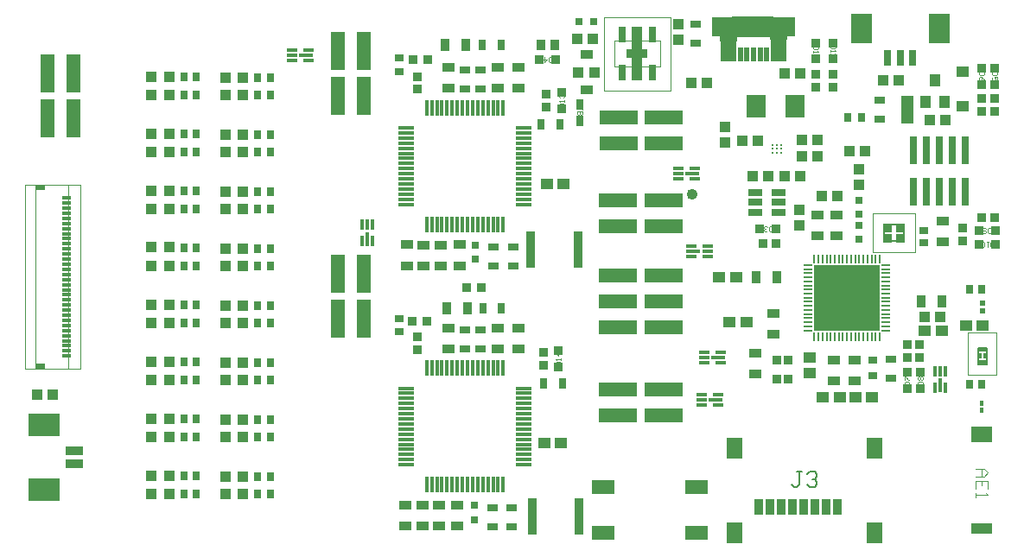
<source format=gts>
G04*
G04 #@! TF.GenerationSoftware,Altium Limited,Altium Designer,23.8.1 (32)*
G04*
G04 Layer_Color=8388736*
%FSLAX44Y44*%
%MOMM*%
G71*
G04*
G04 #@! TF.SameCoordinates,B2355FDD-5490-460F-BBB4-22D25E5E3D0D*
G04*
G04*
G04 #@! TF.FilePolarity,Negative*
G04*
G01*
G75*
%ADD19C,0.1001*%
%ADD20C,0.1999*%
%ADD21C,0.1500*%
%ADD22C,0.0500*%
%ADD23C,0.1200*%
%ADD26R,1.2062X0.9562*%
%ADD27R,1.1062X0.7562*%
%ADD28R,1.2500X1.0000*%
%ADD29R,0.9311X0.8121*%
%ADD30R,1.8545X2.2860*%
%ADD40R,0.7400X2.7950*%
%ADD41R,1.0000X1.0000*%
%ADD42R,1.2000X0.9500*%
%ADD44C,0.2540*%
G04:AMPARAMS|DCode=64|XSize=0.1925mm|YSize=0.9291mm|CornerRadius=0.0962mm|HoleSize=0mm|Usage=FLASHONLY|Rotation=90.000|XOffset=0mm|YOffset=0mm|HoleType=Round|Shape=RoundedRectangle|*
%AMROUNDEDRECTD64*
21,1,0.1925,0.7366,0,0,90.0*
21,1,0.0000,0.9291,0,0,90.0*
1,1,0.1925,0.3683,0.0000*
1,1,0.1925,0.3683,0.0000*
1,1,0.1925,-0.3683,0.0000*
1,1,0.1925,-0.3683,0.0000*
%
%ADD64ROUNDEDRECTD64*%
G04:AMPARAMS|DCode=65|XSize=0.9291mm|YSize=0.1925mm|CornerRadius=0.0962mm|HoleSize=0mm|Usage=FLASHONLY|Rotation=90.000|XOffset=0mm|YOffset=0mm|HoleType=Round|Shape=RoundedRectangle|*
%AMROUNDEDRECTD65*
21,1,0.9291,0.0000,0,0,90.0*
21,1,0.7366,0.1925,0,0,90.0*
1,1,0.1925,0.0000,0.3683*
1,1,0.1925,0.0000,-0.3683*
1,1,0.1925,0.0000,-0.3683*
1,1,0.1925,0.0000,0.3683*
%
%ADD65ROUNDEDRECTD65*%
%ADD66R,0.1925X0.9291*%
%ADD67R,0.7000X0.7000*%
%ADD70R,0.6587X0.8121*%
%ADD73R,0.4725X0.5153*%
%ADD74R,1.2065X1.0582*%
%ADD75R,0.4627X0.5541*%
%ADD76R,0.7500X0.9000*%
%ADD77R,0.7587X0.8121*%
%ADD84R,2.1000X3.0000*%
%ADD85R,0.8000X1.6000*%
%ADD86R,0.9350X0.9621*%
%ADD89R,0.9562X1.2062*%
%ADD90R,0.7000X0.6500*%
%ADD91R,0.7562X1.1062*%
%ADD93R,0.9062X0.8549*%
%ADD94R,0.9587X0.9121*%
%ADD96R,0.9531X3.6031*%
%ADD97R,0.7000X0.7000*%
%ADD98R,0.9000X0.7500*%
%ADD99R,0.9000X0.8000*%
%ADD101R,1.6900X0.5200*%
%ADD102R,4.1100X2.1100*%
%ADD103R,1.6800X0.3600*%
%ADD104R,1.2600X2.7000*%
%ADD105C,1.0800*%
%ADD106R,0.5300X1.4600*%
%ADD107R,1.2550X1.9800*%
%ADD108R,2.4550X1.9800*%
%ADD109R,1.5550X2.1800*%
%ADD110R,0.8800X1.5800*%
%ADD111R,1.5300X2.0800*%
%ADD112R,3.7600X1.3500*%
%ADD113R,0.7800X1.0300*%
%ADD114R,0.9299X0.8301*%
%ADD115R,0.7800X0.3551*%
%ADD116R,0.3251X0.5301*%
%ADD117R,1.1300X0.6800*%
%ADD118R,1.1300X1.1300*%
%ADD119R,1.1300X1.0800*%
%ADD120R,1.0800X1.1300*%
%ADD121R,2.0800X0.8801*%
%ADD122R,1.0800X2.2799*%
%ADD123R,0.7800X1.5801*%
%ADD124R,1.0960X1.2230*%
%ADD125R,1.0700X0.3800*%
%ADD126R,1.4800X0.3800*%
%ADD127R,1.2992X0.9944*%
%ADD128R,0.3800X1.0700*%
%ADD129R,0.3800X1.4800*%
%ADD130R,0.8801X0.3800*%
%ADD131R,0.8801X0.4800*%
%ADD132R,1.3500X0.6388*%
%ADD133R,1.3500X3.7600*%
%ADD134R,6.4000X6.4000*%
%ADD135R,2.1800X1.4800*%
%ADD136R,1.2300X1.1300*%
%ADD137R,0.9300X0.8300*%
%ADD138R,0.8800X0.8800*%
%ADD139R,2.0800X1.0800*%
%ADD140R,2.0800X1.5800*%
G04:AMPARAMS|DCode=141|XSize=0.38mm|YSize=1.53mm|CornerRadius=0.0895mm|HoleSize=0mm|Usage=FLASHONLY|Rotation=90.000|XOffset=0mm|YOffset=0mm|HoleType=Round|Shape=RoundedRectangle|*
%AMROUNDEDRECTD141*
21,1,0.3800,1.3510,0,0,90.0*
21,1,0.2010,1.5300,0,0,90.0*
1,1,0.1790,0.6755,0.1005*
1,1,0.1790,0.6755,-0.1005*
1,1,0.1790,-0.6755,-0.1005*
1,1,0.1790,-0.6755,0.1005*
%
%ADD141ROUNDEDRECTD141*%
G04:AMPARAMS|DCode=142|XSize=0.38mm|YSize=1.53mm|CornerRadius=0.0895mm|HoleSize=0mm|Usage=FLASHONLY|Rotation=0.000|XOffset=0mm|YOffset=0mm|HoleType=Round|Shape=RoundedRectangle|*
%AMROUNDEDRECTD142*
21,1,0.3800,1.3510,0,0,0.0*
21,1,0.2010,1.5300,0,0,0.0*
1,1,0.1790,0.1005,-0.6755*
1,1,0.1790,-0.1005,-0.6755*
1,1,0.1790,-0.1005,0.6755*
1,1,0.1790,0.1005,0.6755*
%
%ADD142ROUNDEDRECTD142*%
%ADD143R,0.8800X0.8800*%
%ADD144R,0.8800X1.0300*%
%ADD145R,3.0800X2.1800*%
%ADD146R,1.6800X0.8800*%
%ADD147R,0.8300X0.9300*%
%ADD148R,0.8800X0.6800*%
D19*
X837791Y302311D02*
Y340309D01*
Y302311D02*
X879792D01*
Y340309D01*
X837791D02*
X879792D01*
X931420Y182659D02*
Y223660D01*
Y182659D02*
X959421D01*
Y223660D01*
X931420D02*
X959421D01*
X574799Y461122D02*
Y533121D01*
Y461122D02*
X639798D01*
Y533121D01*
X574799D02*
X639798D01*
X584799Y484622D02*
Y509621D01*
Y484622D02*
X629798D01*
Y509621D01*
X584799D02*
X629798D01*
X17292Y368300D02*
X25419D01*
X41674D01*
X49801D01*
X17292Y187960D02*
Y368770D01*
Y187960D02*
X49801D01*
X7292Y368300D02*
X61691D01*
X7292Y187960D02*
Y368300D01*
Y187960D02*
X61691D01*
Y368300D01*
X49801Y187960D02*
Y368770D01*
D20*
X848791Y313309D02*
Y329311D01*
Y313309D02*
X868791D01*
Y329311D01*
X848791D02*
X868791D01*
X941420Y192659D02*
Y208661D01*
Y192659D02*
X949421D01*
Y208661D01*
X941420D02*
X949421D01*
D21*
X768395Y87508D02*
X763396D01*
X765895D01*
Y75012D01*
X763396Y72512D01*
X760897D01*
X758398Y75012D01*
X773393Y85008D02*
X775892Y87508D01*
X780891D01*
X783390Y85008D01*
Y82509D01*
X780891Y80010D01*
X778391D01*
X780891D01*
X783390Y77511D01*
Y75012D01*
X780891Y72512D01*
X775892D01*
X773393Y75012D01*
D22*
X553679Y441919D02*
Y445251D01*
X551180D01*
Y443585D01*
Y445251D01*
X548681D01*
X553679Y440253D02*
X548681D01*
Y437754D01*
X549514Y436921D01*
X550347D01*
X551180Y437754D01*
Y440253D01*
Y437754D01*
X552013Y436921D01*
X552846D01*
X553679Y437754D01*
Y440253D01*
X548681Y435255D02*
Y433588D01*
Y434422D01*
X553679D01*
X552846Y435255D01*
X881818Y172365D02*
X886817D01*
Y174864D01*
X885984Y175697D01*
X882651D01*
X881818Y174864D01*
Y172365D01*
X882651Y177363D02*
X881818Y178196D01*
Y179862D01*
X882651Y180695D01*
X883484D01*
X884317Y179862D01*
X885151Y180695D01*
X885984D01*
X886817Y179862D01*
Y178196D01*
X885984Y177363D01*
X885151D01*
X884317Y178196D01*
X883484Y177363D01*
X882651D01*
X884317Y178196D02*
Y179862D01*
X868992Y172365D02*
X873990D01*
Y174864D01*
X873158Y175697D01*
X869825D01*
X868992Y174864D01*
Y172365D01*
Y177363D02*
Y180695D01*
X869825D01*
X873158Y177363D01*
X873990D01*
X527095Y191872D02*
X532093D01*
Y194371D01*
X531260Y195204D01*
X527928D01*
X527095Y194371D01*
Y191872D01*
X532093Y196870D02*
Y198536D01*
Y197703D01*
X527095D01*
X527928Y196870D01*
X532093Y203535D02*
X527095D01*
X529594Y201036D01*
Y204368D01*
X530905Y444602D02*
X535903D01*
Y447101D01*
X535070Y447934D01*
X531738D01*
X530905Y447101D01*
Y444602D01*
X535903Y449600D02*
Y451267D01*
Y450434D01*
X530905D01*
X531738Y449600D01*
Y453766D02*
X530905Y454599D01*
Y456265D01*
X531738Y457098D01*
X532571D01*
X533404Y456265D01*
Y455432D01*
Y456265D01*
X534237Y457098D01*
X535070D01*
X535903Y456265D01*
Y454599D01*
X535070Y453766D01*
X954129Y321351D02*
Y326349D01*
X951630D01*
X950797Y325516D01*
Y322184D01*
X951630Y321351D01*
X954129D01*
X949131Y325516D02*
X948298Y326349D01*
X946632D01*
X945798Y325516D01*
Y322184D01*
X946632Y321351D01*
X948298D01*
X949131Y322184D01*
Y323017D01*
X948298Y323850D01*
X945798D01*
X956212Y307381D02*
Y312379D01*
X953713D01*
X952879Y311546D01*
Y308214D01*
X953713Y307381D01*
X956212D01*
X951213Y312379D02*
X949547D01*
X950380D01*
Y307381D01*
X951213Y308214D01*
X947048D02*
X946215Y307381D01*
X944549D01*
X943716Y308214D01*
Y311546D01*
X944549Y312379D01*
X946215D01*
X947048Y311546D01*
Y308214D01*
X959689Y479145D02*
X954691D01*
Y476646D01*
X955524Y475813D01*
X958856D01*
X959689Y476646D01*
Y479145D01*
Y470815D02*
Y474147D01*
X957190D01*
X958023Y472481D01*
Y471648D01*
X957190Y470815D01*
X955524D01*
X954691Y471648D01*
Y473314D01*
X955524Y474147D01*
X946989Y479145D02*
X941991D01*
Y476646D01*
X942824Y475813D01*
X946156D01*
X946989Y476646D01*
Y479145D01*
Y470815D02*
X946156Y472481D01*
X944490Y474147D01*
X942824D01*
X941991Y473314D01*
Y471648D01*
X942824Y470815D01*
X943657D01*
X944490Y471648D01*
Y474147D01*
X784614Y505116D02*
X779616D01*
Y502617D01*
X780449Y501784D01*
X783781D01*
X784614Y502617D01*
Y505116D01*
X779616Y500118D02*
Y498452D01*
Y499285D01*
X784614D01*
X783781Y500118D01*
X779616Y495952D02*
Y494286D01*
Y495120D01*
X784614D01*
X783781Y495952D01*
X801900Y505949D02*
X796901D01*
Y503450D01*
X797734Y502617D01*
X801067D01*
X801900Y503450D01*
Y505949D01*
X796901Y500951D02*
Y499285D01*
Y500118D01*
X801900D01*
X801067Y500951D01*
X796901Y493453D02*
Y496786D01*
X800234Y493453D01*
X801067D01*
X801900Y494286D01*
Y495952D01*
X801067Y496786D01*
X739486Y322621D02*
Y327619D01*
X736986D01*
X736153Y326786D01*
Y323454D01*
X736986Y322621D01*
X739486D01*
X734487Y323454D02*
X733654Y322621D01*
X731988D01*
X731155Y323454D01*
Y324287D01*
X731988Y325120D01*
X732821D01*
X731988D01*
X731155Y325953D01*
Y326786D01*
X731988Y327619D01*
X733654D01*
X734487Y326786D01*
X523595Y488991D02*
Y493989D01*
X521096D01*
X520263Y493156D01*
Y489824D01*
X521096Y488991D01*
X523595D01*
X516098Y493989D02*
Y488991D01*
X518597Y491490D01*
X515265D01*
D23*
X938886Y90195D02*
X946883D01*
X950882Y86197D01*
X946883Y82198D01*
X938886D01*
X944884D01*
Y90195D01*
X950882Y70202D02*
Y78199D01*
X938886D01*
Y70202D01*
X944884Y78199D02*
Y74201D01*
X938886Y66203D02*
Y62204D01*
Y64204D01*
X950882D01*
X948883Y66203D01*
D26*
X470171Y483605D02*
D03*
Y463106D02*
D03*
X421911Y483605D02*
D03*
Y463106D02*
D03*
X490852Y483605D02*
D03*
Y463106D02*
D03*
X722630Y203290D02*
D03*
Y182790D02*
D03*
X490852Y207746D02*
D03*
Y228246D02*
D03*
X470171Y207746D02*
D03*
Y228246D02*
D03*
X380001Y54345D02*
D03*
Y33846D02*
D03*
X740414Y242660D02*
D03*
Y222160D02*
D03*
X802640Y318680D02*
D03*
Y339180D02*
D03*
X783590Y318680D02*
D03*
Y339180D02*
D03*
X906784Y312330D02*
D03*
Y332830D02*
D03*
X421911Y228246D02*
D03*
Y207746D02*
D03*
X433061Y309782D02*
D03*
Y289282D02*
D03*
X397781Y309615D02*
D03*
Y289116D02*
D03*
X414291Y309615D02*
D03*
Y289116D02*
D03*
X800100Y196940D02*
D03*
Y176440D02*
D03*
X820420Y196940D02*
D03*
Y176440D02*
D03*
X381271Y309705D02*
D03*
Y289205D02*
D03*
X413021Y33846D02*
D03*
Y54345D02*
D03*
X430519Y33846D02*
D03*
Y54345D02*
D03*
X396511Y33846D02*
D03*
Y54345D02*
D03*
D27*
X438421Y481336D02*
D03*
Y462835D02*
D03*
X453661Y481336D02*
D03*
Y462835D02*
D03*
Y207475D02*
D03*
Y225976D02*
D03*
X438421Y207475D02*
D03*
Y225976D02*
D03*
X664210Y507640D02*
D03*
Y526140D02*
D03*
X466361Y307436D02*
D03*
Y288935D02*
D03*
X855984Y197210D02*
D03*
Y178710D02*
D03*
X485411Y307436D02*
D03*
Y288935D02*
D03*
X484141Y33575D02*
D03*
Y52076D02*
D03*
X465091Y33575D02*
D03*
Y52076D02*
D03*
D28*
X775970Y184270D02*
D03*
Y199270D02*
D03*
D29*
X754705Y177800D02*
D03*
X743895D02*
D03*
X754705Y196850D02*
D03*
X743895D02*
D03*
D30*
X761872Y445770D02*
D03*
X724027D02*
D03*
D40*
X928374Y402621D02*
D03*
Y361970D02*
D03*
X915674Y402621D02*
D03*
Y361970D02*
D03*
X902974Y402621D02*
D03*
Y361970D02*
D03*
X890274Y402621D02*
D03*
Y361970D02*
D03*
X877574Y402621D02*
D03*
Y361970D02*
D03*
D41*
X565530Y478790D02*
D03*
X549530D02*
D03*
D42*
X557530Y461540D02*
D03*
Y496040D02*
D03*
D44*
X740220Y407670D02*
D03*
X744220D02*
D03*
X748220D02*
D03*
X740220Y403670D02*
D03*
X744220D02*
D03*
X748220D02*
D03*
X740220Y399670D02*
D03*
X744220D02*
D03*
X748220D02*
D03*
D64*
X774672Y225810D02*
D03*
Y229810D02*
D03*
Y233810D02*
D03*
Y237810D02*
D03*
Y241810D02*
D03*
Y245810D02*
D03*
Y249810D02*
D03*
Y253810D02*
D03*
Y257810D02*
D03*
Y261810D02*
D03*
Y265810D02*
D03*
Y269810D02*
D03*
Y273810D02*
D03*
Y277810D02*
D03*
Y281810D02*
D03*
Y285810D02*
D03*
Y289810D02*
D03*
X850963D02*
D03*
Y285810D02*
D03*
Y281810D02*
D03*
Y277810D02*
D03*
Y273810D02*
D03*
Y269810D02*
D03*
Y265810D02*
D03*
Y261810D02*
D03*
Y257810D02*
D03*
Y253810D02*
D03*
Y249810D02*
D03*
Y245810D02*
D03*
Y241810D02*
D03*
Y237810D02*
D03*
Y233810D02*
D03*
Y229810D02*
D03*
Y225810D02*
D03*
D65*
X780817Y295956D02*
D03*
X784817D02*
D03*
X788817D02*
D03*
X792817D02*
D03*
X796817D02*
D03*
X800817D02*
D03*
X804817D02*
D03*
X808817D02*
D03*
X812817D02*
D03*
X816817D02*
D03*
X820817D02*
D03*
X824817D02*
D03*
X828817D02*
D03*
X832817D02*
D03*
X836817D02*
D03*
X840817D02*
D03*
X844817D02*
D03*
Y219664D02*
D03*
X840817D02*
D03*
X836817D02*
D03*
X832817D02*
D03*
X828817D02*
D03*
X824817D02*
D03*
X820817D02*
D03*
X816817D02*
D03*
X812817D02*
D03*
X808817D02*
D03*
X804817D02*
D03*
X800817D02*
D03*
X796817D02*
D03*
X792817D02*
D03*
X788817D02*
D03*
X784817D02*
D03*
D66*
X780817D02*
D03*
D67*
X550530Y528320D02*
D03*
X564530D02*
D03*
D70*
X813653Y434340D02*
D03*
X827187D02*
D03*
D73*
X945167Y244903D02*
D03*
Y252474D02*
D03*
D74*
X929288Y230909D02*
D03*
X945805D02*
D03*
D75*
X944897Y147587D02*
D03*
Y154673D02*
D03*
D76*
X932547Y172720D02*
D03*
X944547D02*
D03*
X163181Y83465D02*
D03*
X175181D02*
D03*
Y65686D02*
D03*
X163181D02*
D03*
X163144Y139346D02*
D03*
X175144D02*
D03*
Y121566D02*
D03*
X163144D02*
D03*
Y195186D02*
D03*
X175144D02*
D03*
Y177405D02*
D03*
X163144D02*
D03*
X175144Y251105D02*
D03*
X163144D02*
D03*
Y233326D02*
D03*
X175144D02*
D03*
X163144Y306985D02*
D03*
X175144D02*
D03*
Y289205D02*
D03*
X163144D02*
D03*
Y362865D02*
D03*
X175144D02*
D03*
Y345085D02*
D03*
X163144D02*
D03*
Y418745D02*
D03*
X175144D02*
D03*
Y400965D02*
D03*
X163144D02*
D03*
Y474626D02*
D03*
X175144D02*
D03*
Y456846D02*
D03*
X163144D02*
D03*
X235571Y473355D02*
D03*
X247571D02*
D03*
Y456846D02*
D03*
X235571D02*
D03*
Y417476D02*
D03*
X247571D02*
D03*
Y400965D02*
D03*
X235571D02*
D03*
Y361595D02*
D03*
X247571D02*
D03*
Y345085D02*
D03*
X235571D02*
D03*
Y305716D02*
D03*
X247571D02*
D03*
Y289205D02*
D03*
X235571D02*
D03*
X247571Y249835D02*
D03*
X235571D02*
D03*
Y233326D02*
D03*
X247571D02*
D03*
Y193916D02*
D03*
X235571D02*
D03*
Y177405D02*
D03*
X247571D02*
D03*
X235571Y138076D02*
D03*
X247571D02*
D03*
Y121566D02*
D03*
X235571D02*
D03*
Y82196D02*
D03*
X247571D02*
D03*
Y65686D02*
D03*
X235571D02*
D03*
D77*
X932549Y266469D02*
D03*
X945084D02*
D03*
D84*
X826874Y521970D02*
D03*
X902874D02*
D03*
D85*
X852374Y492970D02*
D03*
X864874D02*
D03*
X877374D02*
D03*
D86*
X439903Y267970D02*
D03*
X454212D02*
D03*
D89*
X744310Y278130D02*
D03*
X723810D02*
D03*
X419014Y505460D02*
D03*
X439514D02*
D03*
X440784Y247650D02*
D03*
X420284D02*
D03*
X885100Y254000D02*
D03*
X905600D02*
D03*
D90*
X824234Y329060D02*
D03*
Y315560D02*
D03*
X824230Y353460D02*
D03*
Y339960D02*
D03*
D91*
X455570Y505460D02*
D03*
X474070D02*
D03*
X474342Y247650D02*
D03*
X455841D02*
D03*
X533764Y173380D02*
D03*
X515264D02*
D03*
X512724Y427990D02*
D03*
X531224D02*
D03*
D93*
X391431Y219262D02*
D03*
Y206749D02*
D03*
Y462109D02*
D03*
Y474622D02*
D03*
D94*
X386704Y234596D02*
D03*
X401238D02*
D03*
X402148Y491225D02*
D03*
X387614D02*
D03*
D96*
X550572Y43180D02*
D03*
X504071D02*
D03*
X502801Y304800D02*
D03*
X549301D02*
D03*
D97*
X448581Y295615D02*
D03*
Y309615D02*
D03*
X447311Y54255D02*
D03*
Y40255D02*
D03*
D98*
X887734Y311500D02*
D03*
Y323500D02*
D03*
D99*
X838200Y196730D02*
D03*
Y181730D02*
D03*
D101*
X696266Y511340D02*
D03*
D102*
X720266Y523190D02*
D03*
D103*
X746016Y512640D02*
D03*
D104*
X872024Y441960D02*
D03*
D105*
X661390Y359174D02*
D03*
D106*
X727616Y496640D02*
D03*
X708116D02*
D03*
X734116D02*
D03*
X721116D02*
D03*
X714616D02*
D03*
D107*
X712741Y523240D02*
D03*
X729491D02*
D03*
D108*
X691986D02*
D03*
X750241D02*
D03*
D109*
X745966Y500240D02*
D03*
X696266D02*
D03*
D110*
X802894Y53010D02*
D03*
X791894D02*
D03*
X780894D02*
D03*
X769894D02*
D03*
X758894D02*
D03*
X747894D02*
D03*
X736894D02*
D03*
X725894D02*
D03*
D111*
X702144Y110010D02*
D03*
X839644D02*
D03*
X702144Y27010D02*
D03*
X839644D02*
D03*
D112*
X633070Y279400D02*
D03*
Y254000D02*
D03*
Y228600D02*
D03*
X588670Y279400D02*
D03*
Y254000D02*
D03*
Y228600D02*
D03*
Y353060D02*
D03*
X633070D02*
D03*
X588670Y327660D02*
D03*
X633070D02*
D03*
Y142240D02*
D03*
X588670D02*
D03*
X633070Y167640D02*
D03*
X588670D02*
D03*
X633087Y408940D02*
D03*
X588687D02*
D03*
X633087Y434340D02*
D03*
X588687D02*
D03*
D113*
X551180Y431170D02*
D03*
Y447670D02*
D03*
D114*
X852043Y326560D02*
D03*
X865540D02*
D03*
Y316060D02*
D03*
X852043D02*
D03*
D115*
X945421Y206779D02*
D03*
Y194531D02*
D03*
D116*
X943150Y200660D02*
D03*
X947691D02*
D03*
D117*
X845024Y432460D02*
D03*
Y451460D02*
D03*
X872024D02*
D03*
Y441960D02*
D03*
Y432460D02*
D03*
D118*
X148684Y289205D02*
D03*
X131184D02*
D03*
X148721Y65686D02*
D03*
X131221D02*
D03*
X221111Y289205D02*
D03*
X203611D02*
D03*
X221111Y65686D02*
D03*
X203611D02*
D03*
X148684Y345085D02*
D03*
X131184D02*
D03*
X148684Y121566D02*
D03*
X131184D02*
D03*
X221111Y345085D02*
D03*
X203611D02*
D03*
X221111Y121566D02*
D03*
X203611D02*
D03*
X148684Y400965D02*
D03*
X131184D02*
D03*
X148684Y177405D02*
D03*
X131184D02*
D03*
X221111Y400965D02*
D03*
X203611D02*
D03*
X221111Y177405D02*
D03*
X203611D02*
D03*
X148684Y456846D02*
D03*
X131184D02*
D03*
X148684Y233326D02*
D03*
X131184D02*
D03*
X221111Y456846D02*
D03*
X203611D02*
D03*
X221111Y233326D02*
D03*
X203611D02*
D03*
X148467Y307340D02*
D03*
X130967D02*
D03*
X148721Y83465D02*
D03*
X131221D02*
D03*
X221111Y305716D02*
D03*
X203611D02*
D03*
X221111Y82196D02*
D03*
X203611D02*
D03*
X148684Y362865D02*
D03*
X131184D02*
D03*
X148684Y139346D02*
D03*
X131184D02*
D03*
X221111Y361595D02*
D03*
X203611D02*
D03*
X221111Y138076D02*
D03*
X203611D02*
D03*
X148684Y418745D02*
D03*
X131184D02*
D03*
X148684Y195186D02*
D03*
X131184D02*
D03*
X221111Y417476D02*
D03*
X203611D02*
D03*
X221111Y193916D02*
D03*
X203611D02*
D03*
X148684Y474626D02*
D03*
X131184D02*
D03*
X148684Y251105D02*
D03*
X131184D02*
D03*
X221111Y473355D02*
D03*
X203611D02*
D03*
X221111Y249835D02*
D03*
X203611D02*
D03*
D119*
X751960Y377190D02*
D03*
X766960D02*
D03*
X735210D02*
D03*
X720210D02*
D03*
X675520Y468630D02*
D03*
X660520D02*
D03*
X766960Y477520D02*
D03*
X751960D02*
D03*
X848484Y471170D02*
D03*
X863484D02*
D03*
X894200Y431800D02*
D03*
X909200D02*
D03*
X563760Y511810D02*
D03*
X548760D02*
D03*
X783470Y412750D02*
D03*
X768470D02*
D03*
X710050Y411480D02*
D03*
X725050D02*
D03*
X904120Y238760D02*
D03*
X889120D02*
D03*
X788427Y357268D02*
D03*
X803427D02*
D03*
X768470Y396240D02*
D03*
X783470D02*
D03*
X19561Y162560D02*
D03*
X34561D02*
D03*
X815460Y401320D02*
D03*
X830460D02*
D03*
D120*
X765810Y329050D02*
D03*
Y344050D02*
D03*
X647700Y510660D02*
D03*
Y525660D02*
D03*
X824230Y383420D02*
D03*
Y368420D02*
D03*
X693420Y425330D02*
D03*
Y410330D02*
D03*
D121*
X607299Y497121D02*
D03*
D122*
Y512122D02*
D03*
Y482120D02*
D03*
D123*
X592298Y515620D02*
D03*
X622300D02*
D03*
Y478622D02*
D03*
X592298D02*
D03*
D124*
X889508Y450088D02*
D03*
X908558D02*
D03*
X899160Y471170D02*
D03*
D125*
X688770Y194390D02*
D03*
Y204390D02*
D03*
X672670D02*
D03*
Y199390D02*
D03*
Y194390D02*
D03*
X647270Y374730D02*
D03*
Y379730D02*
D03*
Y384730D02*
D03*
X663370D02*
D03*
Y374730D02*
D03*
X676070Y308530D02*
D03*
Y303530D02*
D03*
Y298530D02*
D03*
X659970D02*
D03*
Y308530D02*
D03*
X670130Y152480D02*
D03*
Y157480D02*
D03*
Y162480D02*
D03*
X686230D02*
D03*
Y152480D02*
D03*
X268827Y490300D02*
D03*
Y495300D02*
D03*
Y500300D02*
D03*
X284927D02*
D03*
Y490300D02*
D03*
D126*
X686720Y199390D02*
D03*
X661320Y379730D02*
D03*
X662020Y303530D02*
D03*
X684180Y157480D02*
D03*
X282877Y495300D02*
D03*
D127*
X926355Y445262D02*
D03*
Y479044D02*
D03*
D128*
X337904Y329360D02*
D03*
X342904D02*
D03*
X347904D02*
D03*
Y313260D02*
D03*
X337904D02*
D03*
X899240Y185850D02*
D03*
X904240D02*
D03*
X909240D02*
D03*
Y169750D02*
D03*
X899240D02*
D03*
D129*
X342904Y315310D02*
D03*
X904240Y171800D02*
D03*
D130*
X47691Y280629D02*
D03*
Y275631D02*
D03*
Y310629D02*
D03*
Y320629D02*
D03*
Y295631D02*
D03*
Y305631D02*
D03*
Y300629D02*
D03*
Y290629D02*
D03*
Y315631D02*
D03*
Y340629D02*
D03*
Y350629D02*
D03*
Y325630D02*
D03*
Y330629D02*
D03*
Y335630D02*
D03*
Y345630D02*
D03*
Y355559D02*
D03*
Y285631D02*
D03*
Y270629D02*
D03*
Y265631D02*
D03*
Y260629D02*
D03*
Y255631D02*
D03*
Y250629D02*
D03*
Y245631D02*
D03*
Y240629D02*
D03*
Y235631D02*
D03*
Y230630D02*
D03*
Y225631D02*
D03*
Y220630D02*
D03*
Y215631D02*
D03*
Y210630D02*
D03*
Y205631D02*
D03*
Y200701D02*
D03*
D131*
X22692Y365595D02*
D03*
Y190665D02*
D03*
D132*
X745744Y360680D02*
D03*
X745490Y341630D02*
D03*
X722630Y351155D02*
D03*
Y360680D02*
D03*
Y341630D02*
D03*
X745744Y351282D02*
D03*
D133*
X313694Y455320D02*
D03*
Y499720D02*
D03*
X339094Y455320D02*
D03*
Y499720D02*
D03*
X54881Y478130D02*
D03*
Y433730D02*
D03*
X29481Y478130D02*
D03*
Y433730D02*
D03*
X313707Y236880D02*
D03*
Y281280D02*
D03*
X339107Y236880D02*
D03*
Y281280D02*
D03*
D134*
X812817Y257810D02*
D03*
D135*
X665260Y72030D02*
D03*
X574260D02*
D03*
X665260Y27030D02*
D03*
X574260D02*
D03*
D136*
X905382Y224999D02*
D03*
X888882D02*
D03*
X516264Y115570D02*
D03*
X532764D02*
D03*
X704210Y278130D02*
D03*
X687710D02*
D03*
X697874Y233680D02*
D03*
X714374D02*
D03*
X518804Y369570D02*
D03*
X535304D02*
D03*
X805814Y160020D02*
D03*
X789314D02*
D03*
X837564D02*
D03*
X821064D02*
D03*
D137*
X944884Y440540D02*
D03*
Y453540D02*
D03*
X883937Y212240D02*
D03*
Y199240D02*
D03*
X871491Y212240D02*
D03*
Y199240D02*
D03*
X518164Y444350D02*
D03*
Y457350D02*
D03*
X515624Y204620D02*
D03*
Y191620D02*
D03*
X782115Y463992D02*
D03*
Y476991D02*
D03*
X799400Y463992D02*
D03*
Y476991D02*
D03*
X926101Y326540D02*
D03*
Y313540D02*
D03*
X957584Y453540D02*
D03*
Y440540D02*
D03*
D138*
X884317Y168530D02*
D03*
Y184530D02*
D03*
X871491Y168530D02*
D03*
Y184530D02*
D03*
X529594Y190120D02*
D03*
Y206120D02*
D03*
X533404Y442850D02*
D03*
Y458850D02*
D03*
X957190Y482980D02*
D03*
Y466980D02*
D03*
X944490Y482980D02*
D03*
Y466980D02*
D03*
X782115Y491701D02*
D03*
Y507701D02*
D03*
X799400Y491701D02*
D03*
Y507701D02*
D03*
D139*
X944884Y31200D02*
D03*
D140*
Y123700D02*
D03*
D141*
X381171Y169046D02*
D03*
Y164046D02*
D03*
Y159046D02*
D03*
Y154045D02*
D03*
Y149046D02*
D03*
Y144045D02*
D03*
Y139046D02*
D03*
Y134045D02*
D03*
Y129046D02*
D03*
Y124045D02*
D03*
Y119046D02*
D03*
Y114046D02*
D03*
Y109046D02*
D03*
Y104046D02*
D03*
Y99046D02*
D03*
Y94046D02*
D03*
X495671D02*
D03*
Y99046D02*
D03*
Y104046D02*
D03*
Y109046D02*
D03*
Y114046D02*
D03*
Y119046D02*
D03*
Y124045D02*
D03*
Y129046D02*
D03*
Y134045D02*
D03*
Y139046D02*
D03*
Y144045D02*
D03*
Y149046D02*
D03*
Y154045D02*
D03*
Y159046D02*
D03*
Y164046D02*
D03*
Y169046D02*
D03*
Y424406D02*
D03*
Y419405D02*
D03*
Y414406D02*
D03*
Y409405D02*
D03*
Y404406D02*
D03*
Y399405D02*
D03*
Y394406D02*
D03*
Y389405D02*
D03*
Y384406D02*
D03*
Y379406D02*
D03*
Y374406D02*
D03*
Y369406D02*
D03*
Y364406D02*
D03*
Y359406D02*
D03*
Y354406D02*
D03*
Y349406D02*
D03*
X381171D02*
D03*
Y354406D02*
D03*
Y359406D02*
D03*
Y364406D02*
D03*
Y369406D02*
D03*
Y374406D02*
D03*
Y379406D02*
D03*
Y384406D02*
D03*
Y389405D02*
D03*
Y394406D02*
D03*
Y399405D02*
D03*
Y404406D02*
D03*
Y409405D02*
D03*
Y414406D02*
D03*
Y419405D02*
D03*
Y424406D02*
D03*
D142*
X400921Y74296D02*
D03*
X405922D02*
D03*
X410921D02*
D03*
X415922D02*
D03*
X420921D02*
D03*
X425922D02*
D03*
X430921D02*
D03*
X435922D02*
D03*
X440921D02*
D03*
X445922D02*
D03*
X450921D02*
D03*
X455921D02*
D03*
X460921D02*
D03*
X465921D02*
D03*
X470921D02*
D03*
X475921D02*
D03*
Y188796D02*
D03*
X470921D02*
D03*
X465921D02*
D03*
X460921D02*
D03*
X455921D02*
D03*
X450921D02*
D03*
X445922D02*
D03*
X440921D02*
D03*
X435922D02*
D03*
X430921D02*
D03*
X425922D02*
D03*
X420921D02*
D03*
X415922D02*
D03*
X410921D02*
D03*
X405922D02*
D03*
X400921D02*
D03*
Y444156D02*
D03*
X405922D02*
D03*
X410921D02*
D03*
X415922D02*
D03*
X420921D02*
D03*
X425922D02*
D03*
X430921D02*
D03*
X435922D02*
D03*
X440921D02*
D03*
X445922D02*
D03*
X450921D02*
D03*
X455921D02*
D03*
X460921D02*
D03*
X465921D02*
D03*
X470921D02*
D03*
X475921D02*
D03*
Y329655D02*
D03*
X470921D02*
D03*
X465921D02*
D03*
X460921D02*
D03*
X455921D02*
D03*
X450921D02*
D03*
X445922D02*
D03*
X440921D02*
D03*
X435922D02*
D03*
X430921D02*
D03*
X425922D02*
D03*
X420921D02*
D03*
X415922D02*
D03*
X410921D02*
D03*
X405922D02*
D03*
X400921D02*
D03*
D143*
X957964Y323850D02*
D03*
X941964D02*
D03*
X957964Y309880D02*
D03*
X941964D02*
D03*
X727320Y325120D02*
D03*
X743320D02*
D03*
X511430Y491490D02*
D03*
X527430D02*
D03*
D144*
X512680Y505460D02*
D03*
X526180D02*
D03*
D145*
X26411Y69850D02*
D03*
Y133350D02*
D03*
D146*
X55411Y95350D02*
D03*
Y107850D02*
D03*
D147*
X730090Y311150D02*
D03*
X743090D02*
D03*
X944734Y336550D02*
D03*
X957734D02*
D03*
D148*
X373651Y237285D02*
D03*
Y224286D02*
D03*
Y479646D02*
D03*
Y492645D02*
D03*
M02*

</source>
